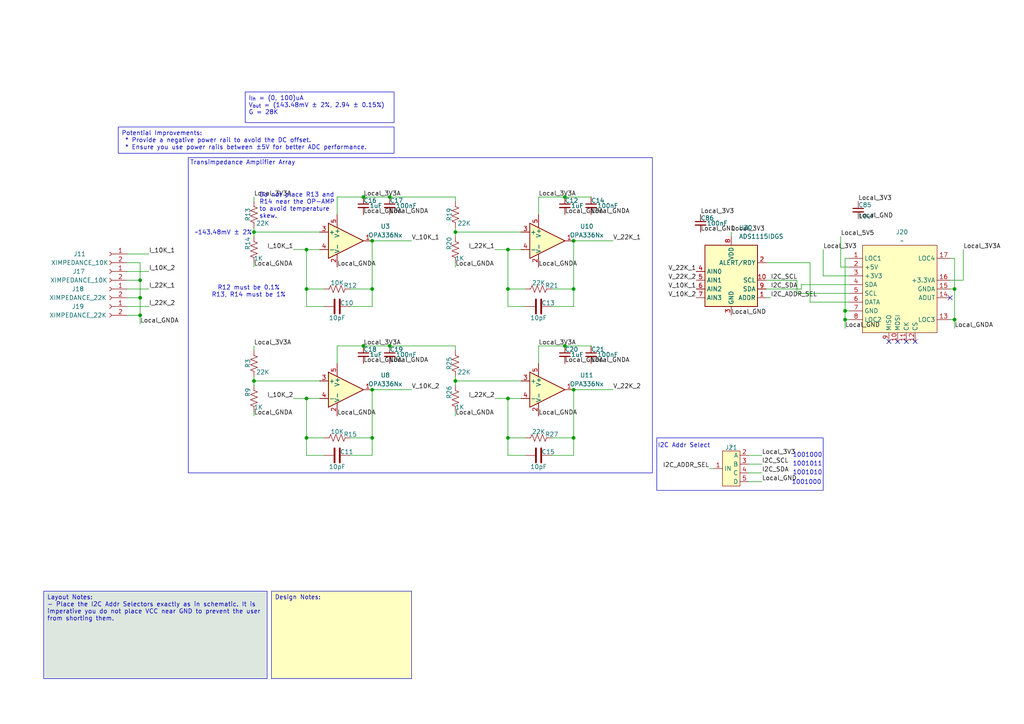
<source format=kicad_sch>
(kicad_sch (version 20231120) (generator "eeschema") (generator_version "8.0")
  (paper "A4")
  (title_block (title "FruityLogger") (date "2024-03-11") (rev "A") (company "FruityJungle Co."))
  (lib_symbols
    (symbol "Amplifier_Operational:OPA336Nx" (pin_names (offset 0.127))
      (property "Reference" "U" (at -1.27 6.35 0))
      (property "Value" "OPA336Nx" (at -1.27 3.81 0))
      (symbol "OPA336Nx_0_1"
        (polyline (pts (xy -5.08 5.08) (xy 5.08 0) (xy -5.08 -5.08) (xy -5.08 5.08)) (stroke (width 0.254)) (fill (type background)))
        (pin power_in line (at -2.54 -7.62 90) (length 3.81) (name "V-") (number "2"))
        (pin power_in line (at -2.54 7.62 270) (length 3.81) (name "V+") (number "5"))
      )
      (symbol "OPA336Nx_1_1"
        (pin output line (at 7.62 0 180) (length 2.54) (name "~") (number "1"))
        (pin input line (at -7.62 2.54 0) (length 2.54) (name "+") (number "3"))
        (pin input line (at -7.62 -2.54 0) (length 2.54) (name "-") (number "4"))
      )
    )
    (symbol "Analog_ADC:ADS1115IDGS"
      (property "Reference" "U" (at 2.54 13.97 0))
      (property "Value" "ADS1115IDGS" (at 7.62 11.43 0))
      (symbol "ADS1115IDGS_0_1"
        (rectangle (start -7.62 10.16) (end 7.62 -7.62) (stroke (width 0.254)) (fill (type background)))
      )
      (symbol "ADS1115IDGS_1_1"
        (pin input line (at 10.16 -5.08 180) (length 2.54) (name "ADDR") (number "1"))
        (pin input line (at 10.16 0 180) (length 2.54) (name "SCL") (number "10"))
        (pin output line (at 10.16 5.08 180) (length 2.54) (name "ALERT/RDY") (number "2"))
        (pin power_in line (at 0 -10.16 90) (length 2.54) (name "GND") (number "3"))
        (pin input line (at -10.16 2.54 0) (length 2.54) (name "AIN0") (number "4"))
        (pin input line (at -10.16 0 0) (length 2.54) (name "AIN1") (number "5"))
        (pin input line (at -10.16 -2.54 0) (length 2.54) (name "AIN2") (number "6"))
        (pin input line (at -10.16 -5.08 0) (length 2.54) (name "AIN3") (number "7"))
        (pin power_in line (at 0 12.7 270) (length 2.54) (name "VDD") (number "8"))
        (pin bidirectional line (at 10.16 -2.54 180) (length 2.54) (name "SDA") (number "9"))
      )
    )
    (symbol "Connector:Conn_01x02_Socket" (pin_names (offset 1.016) hide)
      (property "Reference" "J" (at 0 2.54 0))
      (property "Value" "Conn_01x02_Socket" (at 0 -5.08 0))
      (symbol "Conn_01x02_Socket_1_1"
        (arc (start 0 -2.032) (mid -0.5058 -2.54) (end 0 -3.048) (stroke (width 0.1524)))
        (polyline (pts (xy -1.27 -2.54) (xy -0.508 -2.54)) (stroke (width 0.1524)))
        (polyline (pts (xy -1.27 0) (xy -0.508 0)) (stroke (width 0.1524)))
        (arc (start 0 0.508) (mid -0.5058 0) (end 0 -0.508) (stroke (width 0.1524)))
        (pin passive line (at -5.08 0 0) (length 3.81) (name "Pin_1") (number "1"))
        (pin passive line (at -5.08 -2.54 0) (length 3.81) (name "Pin_2") (number "2"))
      )
    )
    (symbol "Device:C" (pin_numbers hide) (pin_names (offset 0.254))
      (property "Reference" "C" (at 0.635 2.54 0))
      (property "Value" "C" (at 0.635 -2.54 0))
      (symbol "C_0_1"
        (polyline (pts (xy -2.032 -0.762) (xy 2.032 -0.762)) (stroke (width 0.508)))
        (polyline (pts (xy -2.032 0.762) (xy 2.032 0.762)) (stroke (width 0.508)))
      )
      (symbol "C_1_1"
        (pin passive line (at 0 3.81 270) (length 2.794) (name "~") (number "1"))
        (pin passive line (at 0 -3.81 90) (length 2.794) (name "~") (number "2"))
      )
    )
    (symbol "Device:C_Small" (pin_numbers hide) (pin_names (offset 0.254) hide)
      (property "Reference" "C" (at 0.254 1.778 0))
      (property "Value" "C_Small" (at 0.254 -2.032 0))
      (symbol "C_Small_0_1"
        (polyline (pts (xy -1.524 -0.508) (xy 1.524 -0.508)) (stroke (width 0.3302)))
        (polyline (pts (xy -1.524 0.508) (xy 1.524 0.508)) (stroke (width 0.3048)))
      )
      (symbol "C_Small_1_1"
        (pin passive line (at 0 2.54 270) (length 2.032) (name "~") (number "1"))
        (pin passive line (at 0 -2.54 90) (length 2.032) (name "~") (number "2"))
      )
    )
    (symbol "Device:R_US" (pin_numbers hide) (pin_names (offset 0))
      (property "Reference" "R" (at 2.54 0 90))
      (property "Value" "R_US" (at -2.54 0 90))
      (symbol "R_US_0_1"
        (polyline (pts (xy 0 -2.286) (xy 0 -2.54)))
        (polyline (pts (xy 0 2.286) (xy 0 2.54)))
        (polyline (pts (xy 0 -0.762) (xy 1.016 -1.143) (xy 0 -1.524) (xy -1.016 -1.905) (xy 0 -2.286)))
        (polyline (pts (xy 0 0.762) (xy 1.016 0.381) (xy 0 0) (xy -1.016 -0.381) (xy 0 -0.762)))
        (polyline (pts (xy 0 2.286) (xy 1.016 1.905) (xy 0 1.524) (xy -1.016 1.143) (xy 0 0.762)))
      )
      (symbol "R_US_1_1"
        (pin passive line (at 0 3.81 270) (length 1.27) (name "~") (number "1"))
        (pin passive line (at 0 -3.81 90) (length 1.27) (name "~") (number "2"))
      )
    )
    (symbol "ProjectLib:FloggyDigitalModule"
      (property "Reference" "J" (at 8.128 14.986 0))
      (symbol "FloggyDigitalModule_1_1"
        (rectangle (start -11.43 13.97) (end 10.16 -11.43) (fill (type background)))
        (pin passive line (at -15.24 10.16 0) (length 3.81) (name "LOC1") (number "1"))
        (pin input line (at -1.27 -13.97 90) (length 2.54) (name "MOSI") (number "10"))
        (pin input line (at 1.27 -13.97 90) (length 2.54) (name "CK") (number "11"))
        (pin input line (at 3.81 -13.97 90) (length 2.54) (name "CS") (number "12"))
        (pin passive line (at 13.97 -7.62 180) (length 3.81) (name "LOC3") (number "13"))
        (pin passive line (at 13.97 -1.27 180) (length 3.81) (name "AOUT") (number "14"))
        (pin passive line (at 13.97 1.27 180) (length 3.81) (name "GNDA") (number "15"))
        (pin passive line (at 13.97 3.81 180) (length 3.81) (name "+3.3VA") (number "16"))
        (pin passive line (at 13.97 10.16 180) (length 3.81) (name "LOC4") (number "17"))
        (pin power_in line (at -15.24 7.62 0) (length 3.81) (name "+5V") (number "2"))
        (pin power_in line (at -15.24 5.08 0) (length 3.81) (name "+3V3") (number "3"))
        (pin bidirectional line (at -15.24 2.54 0) (length 3.81) (name "SDA") (number "4"))
        (pin input line (at -15.24 0 0) (length 3.81) (name "SCL") (number "5"))
        (pin bidirectional line (at -15.24 -2.54 0) (length 3.81) (name "DATA") (number "6"))
        (pin passive line (at -15.24 -5.08 0) (length 3.81) (name "GND") (number "7"))
        (pin passive line (at -15.24 -7.62 0) (length 3.81) (name "LOC2") (number "8"))
        (pin bidirectional line (at -3.81 -13.97 90) (length 2.54) (name "MISO") (number "9"))
      )
    )
    (symbol "ProjectLib:I2C_Address_Selector"
      (property "Reference" "J" (at -2.032 6.096 0))
      (symbol "I2C_Address_Selector_1_1"
        (rectangle (start -2.54 5.08) (end 2.54 -5.08) (fill (type background)))
        (pin bidirectional line (at -5.08 0 0) (length 2.54) (name "IN") (number "1"))
        (pin bidirectional line (at 5.08 3.81 180) (length 2.54) (name "A") (number "2"))
        (pin bidirectional line (at 5.08 1.27 180) (length 2.54) (name "B") (number "3"))
        (pin bidirectional line (at 5.08 -1.27 180) (length 2.54) (name "C") (number "4"))
        (pin bidirectional line (at 5.08 -3.81 180) (length 2.54) (name "D") (number "5"))
      )
    )
  )
  (junction (at 107.95 127))
  (junction (at 147.32 83.82))
  (junction (at 132.08 67.31))
  (junction (at 276.86 92.71))
  (junction (at 113.03 57.15))
  (junction (at 147.32 115.57))
  (junction (at 107.95 113.03))
  (junction (at 245.11 92.71))
  (junction (at 40.64 81.28))
  (junction (at 166.37 113.03))
  (junction (at 73.66 110.49))
  (junction (at 88.9 72.39))
  (junction (at 163.83 100.33))
  (junction (at 88.9 83.82))
  (junction (at 107.95 83.82))
  (junction (at 40.64 86.36))
  (junction (at 105.41 100.33))
  (junction (at 166.37 127))
  (junction (at 40.64 91.44))
  (junction (at 132.08 110.49))
  (junction (at 105.41 57.15))
  (junction (at 113.03 100.33))
  (junction (at 276.86 83.82))
  (junction (at 163.83 57.15))
  (junction (at 88.9 115.57))
  (junction (at 73.66 67.31))
  (junction (at 166.37 83.82))
  (junction (at 107.95 69.85))
  (junction (at 88.9 127))
  (junction (at 147.32 127))
  (junction (at 147.32 72.39))
  (junction (at 245.11 90.17))
  (junction (at 166.37 69.85))
  (no_connect (at 260.35 99.06))
  (no_connect (at 257.81 99.06))
  (no_connect (at 262.89 99.06))
  (no_connect (at 275.59 86.36))
  (no_connect (at 265.43 99.06))
  (wire (pts (xy 166.37 132.08) (xy 166.37 127)))
  (wire (pts (xy 166.37 69.85) (xy 177.8 69.85)))
  (wire (pts (xy 93.98 127) (xy 88.9 127)))
  (wire (pts (xy 160.02 88.9) (xy 166.37 88.9)))
  (wire (pts (xy 40.64 91.44) (xy 40.64 93.98)))
  (wire (pts (xy 166.37 113.03) (xy 166.37 127)))
  (wire (pts (xy 73.66 67.31) (xy 73.66 68.58)))
  (wire (pts (xy 93.98 83.82) (xy 88.9 83.82)))
  (wire (pts (xy 245.11 74.93) (xy 246.38 74.93)))
  (wire (pts (xy 107.95 132.08) (xy 107.95 127)))
  (wire (pts (xy 156.21 57.15) (xy 156.21 62.23)))
  (wire (pts (xy 73.66 66.04) (xy 73.66 67.31)))
  (wire (pts (xy 166.37 69.85) (xy 166.37 83.82)))
  (wire (pts (xy 101.6 88.9) (xy 107.95 88.9)))
  (wire (pts (xy 88.9 115.57) (xy 92.71 115.57)))
  (wire (pts (xy 105.41 100.33) (xy 113.03 100.33)))
  (wire (pts (xy 132.08 67.31) (xy 151.13 67.31)))
  (wire (pts (xy 166.37 113.03) (xy 177.8 113.03)))
  (wire (pts (xy 217.17 139.7) (xy 220.98 139.7)))
  (wire (pts (xy 275.59 83.82) (xy 276.86 83.82)))
  (wire (pts (xy 73.66 100.33) (xy 73.66 101.6)))
  (wire (pts (xy 36.83 88.9) (xy 43.18 88.9)))
  (wire (pts (xy 88.9 132.08) (xy 88.9 127)))
  (wire (pts (xy 222.25 86.36) (xy 223.52 86.36)))
  (wire (pts (xy 276.86 74.93) (xy 275.59 74.93)))
  (wire (pts (xy 276.86 92.71) (xy 276.86 95.25)))
  (wire (pts (xy 212.09 67.31) (xy 212.09 68.58)))
  (wire (pts (xy 36.83 78.74) (xy 43.18 78.74)))
  (wire (pts (xy 143.51 72.39) (xy 147.32 72.39)))
  (wire (pts (xy 143.51 115.57) (xy 147.32 115.57)))
  (wire (pts (xy 93.98 88.9) (xy 88.9 88.9)))
  (wire (pts (xy 234.95 87.63) (xy 234.95 76.2)))
  (wire (pts (xy 243.84 68.58) (xy 243.84 77.47)))
  (wire (pts (xy 160.02 83.82) (xy 166.37 83.82)))
  (wire (pts (xy 275.59 92.71) (xy 276.86 92.71)))
  (wire (pts (xy 152.4 88.9) (xy 147.32 88.9)))
  (wire (pts (xy 156.21 57.15) (xy 163.83 57.15)))
  (wire (pts (xy 234.95 76.2) (xy 222.25 76.2)))
  (wire (pts (xy 156.21 100.33) (xy 156.21 105.41)))
  (wire (pts (xy 147.32 72.39) (xy 151.13 72.39)))
  (wire (pts (xy 101.6 83.82) (xy 107.95 83.82)))
  (wire (pts (xy 107.95 69.85) (xy 107.95 83.82)))
  (wire (pts (xy 88.9 72.39) (xy 92.71 72.39)))
  (wire (pts (xy 232.41 83.82) (xy 222.25 83.82)))
  (wire (pts (xy 152.4 83.82) (xy 147.32 83.82)))
  (wire (pts (xy 40.64 81.28) (xy 40.64 86.36)))
  (wire (pts (xy 160.02 132.08) (xy 166.37 132.08)))
  (wire (pts (xy 245.11 92.71) (xy 245.11 90.17)))
  (wire (pts (xy 97.79 57.15) (xy 105.41 57.15)))
  (wire (pts (xy 160.02 127) (xy 166.37 127)))
  (wire (pts (xy 231.14 85.09) (xy 231.14 81.28)))
  (wire (pts (xy 217.17 137.16) (xy 220.98 137.16)))
  (wire (pts (xy 276.86 83.82) (xy 276.86 74.93)))
  (wire (pts (xy 245.11 90.17) (xy 245.11 74.93)))
  (wire (pts (xy 40.64 91.44) (xy 36.83 91.44)))
  (wire (pts (xy 231.14 85.09) (xy 246.38 85.09)))
  (wire (pts (xy 107.95 113.03) (xy 119.38 113.03)))
  (wire (pts (xy 279.4 81.28) (xy 279.4 72.39)))
  (wire (pts (xy 132.08 110.49) (xy 132.08 111.76)))
  (wire (pts (xy 152.4 132.08) (xy 147.32 132.08)))
  (wire (pts (xy 147.32 127) (xy 147.32 115.57)))
  (wire (pts (xy 147.32 132.08) (xy 147.32 127)))
  (wire (pts (xy 113.03 100.33) (xy 132.08 100.33)))
  (wire (pts (xy 163.83 100.33) (xy 171.45 100.33)))
  (wire (pts (xy 238.76 80.01) (xy 246.38 80.01)))
  (wire (pts (xy 73.66 110.49) (xy 73.66 111.76)))
  (wire (pts (xy 97.79 100.33) (xy 105.41 100.33)))
  (wire (pts (xy 166.37 88.9) (xy 166.37 83.82)))
  (wire (pts (xy 132.08 57.15) (xy 132.08 58.42)))
  (wire (pts (xy 232.41 82.55) (xy 246.38 82.55)))
  (wire (pts (xy 101.6 127) (xy 107.95 127)))
  (wire (pts (xy 97.79 57.15) (xy 97.79 62.23)))
  (wire (pts (xy 217.17 134.62) (xy 220.98 134.62)))
  (wire (pts (xy 245.11 90.17) (xy 246.38 90.17)))
  (wire (pts (xy 232.41 82.55) (xy 232.41 83.82)))
  (wire (pts (xy 113.03 57.15) (xy 132.08 57.15)))
  (wire (pts (xy 205.74 135.89) (xy 207.01 135.89)))
  (wire (pts (xy 40.64 76.2) (xy 40.64 81.28)))
  (wire (pts (xy 73.66 76.2) (xy 73.66 77.47)))
  (wire (pts (xy 93.98 132.08) (xy 88.9 132.08)))
  (wire (pts (xy 101.6 132.08) (xy 107.95 132.08)))
  (wire (pts (xy 147.32 115.57) (xy 151.13 115.57)))
  (wire (pts (xy 245.11 92.71) (xy 245.11 95.25)))
  (wire (pts (xy 132.08 66.04) (xy 132.08 67.31)))
  (wire (pts (xy 246.38 87.63) (xy 234.95 87.63)))
  (wire (pts (xy 73.66 67.31) (xy 92.71 67.31)))
  (wire (pts (xy 73.66 119.38) (xy 73.66 120.65)))
  (wire (pts (xy 88.9 127) (xy 88.9 115.57)))
  (wire (pts (xy 132.08 100.33) (xy 132.08 101.6)))
  (wire (pts (xy 132.08 110.49) (xy 151.13 110.49)))
  (wire (pts (xy 132.08 67.31) (xy 132.08 68.58)))
  (wire (pts (xy 132.08 109.22) (xy 132.08 110.49)))
  (wire (pts (xy 275.59 81.28) (xy 279.4 81.28)))
  (wire (pts (xy 105.41 57.15) (xy 113.03 57.15)))
  (wire (pts (xy 73.66 109.22) (xy 73.66 110.49)))
  (wire (pts (xy 107.95 69.85) (xy 119.38 69.85)))
  (wire (pts (xy 132.08 119.38) (xy 132.08 120.65)))
  (wire (pts (xy 217.17 132.08) (xy 220.98 132.08)))
  (wire (pts (xy 73.66 57.15) (xy 73.66 58.42)))
  (wire (pts (xy 36.83 76.2) (xy 40.64 76.2)))
  (wire (pts (xy 147.32 88.9) (xy 147.32 83.82)))
  (wire (pts (xy 88.9 83.82) (xy 88.9 72.39)))
  (wire (pts (xy 246.38 92.71) (xy 245.11 92.71)))
  (wire (pts (xy 97.79 100.33) (xy 97.79 105.41)))
  (wire (pts (xy 36.83 83.82) (xy 43.18 83.82)))
  (wire (pts (xy 276.86 92.71) (xy 276.86 83.82)))
  (wire (pts (xy 107.95 113.03) (xy 107.95 127)))
  (wire (pts (xy 36.83 86.36) (xy 40.64 86.36)))
  (wire (pts (xy 163.83 57.15) (xy 171.45 57.15)))
  (wire (pts (xy 231.14 81.28) (xy 222.25 81.28)))
  (wire (pts (xy 36.83 81.28) (xy 40.64 81.28)))
  (wire (pts (xy 73.66 110.49) (xy 92.71 110.49)))
  (wire (pts (xy 85.09 115.57) (xy 88.9 115.57)))
  (wire (pts (xy 107.95 88.9) (xy 107.95 83.82)))
  (wire (pts (xy 88.9 88.9) (xy 88.9 83.82)))
  (wire (pts (xy 36.83 73.66) (xy 43.18 73.66)))
  (wire (pts (xy 152.4 127) (xy 147.32 127)))
  (wire (pts (xy 85.09 72.39) (xy 88.9 72.39)))
  (wire (pts (xy 147.32 83.82) (xy 147.32 72.39)))
  (wire (pts (xy 246.38 77.47) (xy 243.84 77.47)))
  (wire (pts (xy 156.21 100.33) (xy 163.83 100.33)))
  (wire (pts (xy 132.08 76.2) (xy 132.08 77.47)))
  (wire (pts (xy 40.64 86.36) (xy 40.64 91.44)))
  (wire (pts (xy 238.76 72.39) (xy 238.76 80.01)))
  (rectangle (start 54.61 45.72) (end 189.23 137.16))
  (rectangle (start 190.5 127) (end 238.76 142.24))
  (text_box "Potential Improvements:\n * Provide a negative power rail to avoid the DC offset.\n * Ensure you use power rails between ±5V for better ADC performance." (at 34.29 36.83 0) (size 80.01 7.62) (effects (font (size 1.27 1.27)) (justify left top)))
  (text_box "I_{in} = (0, 100)uA\nV_{out} = (143.48mV ± 2%, 2.94 ± 0.15%)\nG = 28K" (at 71.12 26.67 0) (size 43.18 8.89) (effects (font (size 1.27 1.27)) (justify left top)))
  (text_box "Layout Notes:\n- Place the I2C Addr Selectors exactly as in schematic. It is imperative you do not place VCC near GND to prevent the user from shorting them." (at 12.7 171.45 0) (size 64.77 25.4) (fill (type color) (color 222 231 223 1)) (effects (font (size 1.27 1.27)) (justify left top)))
  (text_box "Design Notes:" (at 78.74 171.45 0) (size 40.64 25.4) (fill (type color) (color 255 255 194 1)) (effects (font (size 1.27 1.27)) (justify left top)))
  (text "Do not place R13 and\nR14 near the OP-AMP\nto avoid temperature\nskew." (at 75.184 59.69 0) (effects (font (size 1.27 1.27)) (justify left)))
  (text "~143.48mV ± 2%" (at 73.152 67.564 0) (effects (font (size 1.27 1.27)) (justify right)))
  (text "Transimpedance Amplifier Array" (at 55.118 47.244 0) (effects (font (size 1.27 1.27)) (justify left)))
  (text "1001010" (at 229.87 137.16 0) (effects (font (size 1.27 1.27)) (justify left)))
  (text "1001000" (at 229.616 139.954 0) (effects (font (size 1.27 1.27)) (justify left)))
  (text "R12 must be 0.1%\nR13, R14 must be 1%" (at 72.136 84.582 0) (effects (font (size 1.27 1.27))))
  (text "1001000" (at 229.87 132.08 0) (effects (font (size 1.27 1.27)) (justify left)))
  (text "I2C Addr Select" (at 198.374 129.286 0) (effects (font (size 1.27 1.27))))
  (text "1001011" (at 229.87 134.62 0) (effects (font (size 1.27 1.27)) (justify left)))
  (label "Local_3V3" (at 212.09 67.31 0))
  (label "V_22K_2" (at 201.93 81.28 180))
  (label "I2C_ADDR_SEL" (at 205.74 135.89 180))
  (label "I_22K_1" (at 143.51 72.39 180))
  (label "I_10K_2" (at 85.09 115.57 180))
  (label "Local_3V3A" (at 105.4172 100.33 0))
  (label "Local_GNDA" (at 105.41 62.23 0))
  (label "Local_3V3A" (at 73.66 57.15 0))
  (label "V_22K_1" (at 201.93 78.74 180))
  (label "Local_3V3A" (at 156.21 57.15 0))
  (label "Local_GNDA" (at 73.66 77.47 0))
  (label "Local_GND" (at 220.98 139.7 0))
  (label "Local_GNDA" (at 73.66 120.65 0))
  (label "Local_GND" (at 212.09 91.44 0))
  (label "Local_GNDA" (at 156.21 120.65 0))
  (label "V_22K_2" (at 177.8 113.03 0))
  (label "Local_GND" (at 248.92 63.5 0))
  (label "Local_GNDA" (at 97.79 120.65 0))
  (label "Local_3V3" (at 203.2 62.23 0))
  (label "Local_GNDA" (at 163.83 105.41 0))
  (label "I2C_ADDR_SEL" (at 223.52 86.36 0))
  (label "V_10K_1" (at 119.38 69.85 0))
  (label "Local_GNDA" (at 156.21 77.47 0))
  (label "Local_GNDA" (at 113.03 105.41 0))
  (label "I2C_SDA" (at 220.98 137.16 0))
  (label "Local_GNDA" (at 171.45 105.41 0))
  (label "V_10K_2" (at 201.93 86.36 180))
  (label "Local_GNDA" (at 40.64 93.98 0))
  (label "Local_GNDA" (at 171.45 62.23 0))
  (label "Local_3V3A" (at 279.4 72.39 0))
  (label "I_10K_1" (at 85.09 72.39 180))
  (label "I_22K_2" (at 143.51 115.57 180))
  (label "I2C_SCL" (at 223.52 81.28 0))
  (label "Local_GNDA" (at 132.08 77.47 0))
  (label "V_10K_1" (at 201.93 83.82 180))
  (label "I_22K_2" (at 43.18 88.9 0))
  (label "I_10K_2" (at 43.18 78.74 0))
  (label "I_22K_1" (at 43.18 83.82 0))
  (label "Local_GND" (at 245.11 95.25 0))
  (label "Local_GNDA" (at 276.86 95.25 0))
  (label "Local_3V3A" (at 105.41 57.15 0))
  (label "Local_3V3A" (at 156.21 100.33 0))
  (label "Local_GNDA" (at 105.41 105.41 0))
  (label "Local_GNDA" (at 97.79 77.47 0))
  (label "I_10K_1" (at 43.18 73.66 0))
  (label "Local_3V3" (at 248.92 58.42 0))
  (label "Local_GNDA" (at 163.83 62.23 0))
  (label "V_10K_2" (at 119.38 113.03 0))
  (label "Local_GND" (at 203.2 67.31 0))
  (label "Local_3V3A" (at 73.66 100.33 0))
  (label "Local_5V5" (at 243.84 68.58 0))
  (label "I2C_SDA" (at 223.52 83.82 0))
  (label "V_22K_1" (at 177.8 69.85 0))
  (label "Local_GNDA" (at 132.08 120.65 0))
  (label "Local_GNDA" (at 113.03 62.23 0))
  (label "I2C_SCL" (at 220.98 134.62 0))
  (label "Local_3V3" (at 238.76 72.39 0))
  (label "Local_3V3" (at 220.98 132.08 0))
  (symbol (lib_id "Amplifier_Operational:OPA336Nx") (at 158.75 113.03 0) (unit 1)
    (property "Reference" "U11" (at 170.18 108.839 0))
    (property "Value" "OPA336Nx" (at 170.18 111.379 0))
    (property "Footprint" "Package_TO_SOT_SMD:SOT-23-5" (effects (hide yes)))
    (property "Datasheet" "https://www.ti.com/lit/ds/symlink/opa2336.pdf" (effects (hide yes)))
    (property "Description" "100 KHz, microPower CMOS, Op Amps, SOT-23-5" (effects (hide yes)))
    (property "Cost" "1.8555" (effects (hide yes)))
    (property "JLCPCB" "https://jlcpcb.com/partdetail/TexasInstruments-OPA336NA3K/C51037" (effects (hide yes)))
    (property "JLCPCB Basic?" "False" (effects (hide yes)))
  )
  (symbol (lib_id "Device:C_Small") (at 171.45 102.87 0) (unit 1)
    (property "Reference" "C21" (at 171.45 101.346 0) (effects (justify left)))
    (property "Value" "100nF" (at 173.228 102.87 0) (effects (justify left)))
    (property "Footprint" "Capacitor_SMD:C_0603_1608Metric" (effects (hide yes)))
    (property "Description" "Unpolarized capacitor, small symbol" (effects (hide yes)))
    (property "Cost" "0.0021" (effects (hide yes)))
    (property "JLCPCB" "https://jlcpcb.com/partdetail/Yageo-CC0603KRX7R9BB104/C14663" (effects (hide yes)))
    (property "JLCPCB Basic?" "True" (effects (hide yes)))
  )
  (symbol (lib_id "ProjectLib:FloggyDigitalModule") (at 261.62 85.09 0) (unit 1)
    (property "Reference" "J20" (at 261.62 67.31 0))
    (property "Value" "~" (at 261.62 69.85 0))
    (property "Footprint" "ProjectLib:FloggyModuleShield" (effects (hide yes)))
  )
  (symbol (lib_id "Analog_ADC:ADS1115IDGS") (at 212.09 81.28 0) (unit 1)
    (property "Reference" "U30" (at 214.2841 66.04 0) (effects (justify left)))
    (property "Value" "ADS1115IDGS" (at 214.2841 68.58 0) (effects (justify left)))
    (property "Footprint" "Package_SO:TSSOP-10_3x3mm_P0.5mm" (effects (hide yes)))
    (property "Datasheet" "http://www.ti.com/lit/ds/symlink/ads1113.pdf" (effects (hide yes)))
    (property "Description" "Ultra-Small, Low-Power, I2C-Compatible, 860-SPS, 16-Bit ADCs With Internal Reference, Oscillator, and Programmable Comparator, VSSOP-10" (effects (hide yes)))
  )
  (symbol (lib_id "Device:R_US") (at 156.21 83.82 90) (unit 1)
    (property "Reference" "R21" (at 160.02 82.804 90))
    (property "Value" "22K" (at 156.21 82.042 90))
    (property "Footprint" "Resistor_SMD:R_0603_1608Metric" (effects (hide yes)))
    (property "Description" "Resistor, US symbol" (effects (hide yes)))
    (property "Cost" "0.0009" (effects (hide yes)))
    (property "JLCPCB" "https://jlcpcb.com/partdetail/32812-0603WAF2202T5E/C31850" (effects (hide yes)))
    (property "JLCPCB Basic?" "True" (effects (hide yes)))
  )
  (symbol (lib_id "Device:R_US") (at 97.79 83.82 90) (unit 1)
    (property "Reference" "R12" (at 101.6 82.804 90))
    (property "Value" "10K" (at 97.79 82.042 90))
    (property "Footprint" "Resistor_SMD:R_0603_1608Metric" (effects (hide yes)))
    (property "Description" "Resistor, US symbol" (effects (hide yes)))
    (property "Cost" "0.0009" (effects (hide yes)))
    (property "JLCPCB" "https://jlcpcb.com/partdetail/4584-0603WAF1801T5E/C4177" (effects (hide yes)))
    (property "JLCPCB Basic?" "True" (effects (hide yes)))
  )
  (symbol (lib_id "Device:C") (at 156.21 88.9 90) (unit 1)
    (property "Reference" "C13" (at 159.004 87.884 90))
    (property "Value" "10pF" (at 156.21 92.202 90))
    (property "Footprint" "Capacitor_SMD:C_0603_1608Metric" (effects (hide yes)))
    (property "Description" "Unpolarized capacitor" (effects (hide yes)))
    (property "Cost" "0.0054" (effects (hide yes)))
    (property "JLCPCB" "https://jlcpcb.com/partdetail/1986-CL10C100JB8NNNC/C1634" (effects (hide yes)))
    (property "JLCPCB Basic?" "True" (effects (hide yes)))
  )
  (symbol (lib_id "Device:C_Small") (at 171.45 59.69 0) (unit 1)
    (property "Reference" "C14" (at 171.45 58.166 0) (effects (justify left)))
    (property "Value" "100nF" (at 173.228 59.69 0) (effects (justify left)))
    (property "Footprint" "Capacitor_SMD:C_0603_1608Metric" (effects (hide yes)))
    (property "Description" "Unpolarized capacitor, small symbol" (effects (hide yes)))
    (property "Cost" "0.0021" (effects (hide yes)))
    (property "JLCPCB" "https://jlcpcb.com/partdetail/Yageo-CC0603KRX7R9BB104/C14663" (effects (hide yes)))
    (property "JLCPCB Basic?" "True" (effects (hide yes)))
  )
  (symbol (lib_id "ProjectLib:I2C_Address_Selector") (at 212.09 135.89 0) (unit 1)
    (property "Reference" "J21" (at 212.09 129.794 0))
    (property "Value" "~" (at 212.09 129.54 0))
    (property "Footprint" "ProjectLib:I2C Addr Picker" (effects (hide yes)))
  )
  (symbol (lib_id "Device:R_US") (at 97.79 127 90) (unit 1)
    (property "Reference" "R15" (at 101.6 125.984 90))
    (property "Value" "10K" (at 97.79 125.222 90))
    (property "Footprint" "Resistor_SMD:R_0603_1608Metric" (effects (hide yes)))
    (property "Description" "Resistor, US symbol" (effects (hide yes)))
    (property "Cost" "0.0009" (effects (hide yes)))
    (property "JLCPCB" "https://jlcpcb.com/partdetail/4584-0603WAF1801T5E/C4177" (effects (hide yes)))
    (property "JLCPCB Basic?" "True" (effects (hide yes)))
  )
  (symbol (lib_id "Device:C_Small") (at 113.03 102.87 0) (unit 1)
    (property "Reference" "C19" (at 113.03 101.346 0) (effects (justify left)))
    (property "Value" "100nF" (at 114.808 102.87 0) (effects (justify left)))
    (property "Footprint" "Capacitor_SMD:C_0603_1608Metric" (effects (hide yes)))
    (property "Description" "Unpolarized capacitor, small symbol" (effects (hide yes)))
    (property "Cost" "0.0021" (effects (hide yes)))
    (property "JLCPCB" "https://jlcpcb.com/partdetail/Yageo-CC0603KRX7R9BB104/C14663" (effects (hide yes)))
    (property "JLCPCB Basic?" "True" (effects (hide yes)))
  )
  (symbol (lib_id "Connector:Conn_01x02_Socket") (at 31.75 73.66 0) (mirror y) (unit 1)
    (property "Reference" "J11" (at 23.114 73.66 0))
    (property "Value" "XIMPEDANCE_10K" (at 23.114 76.2 0))
    (property "Footprint" "TerminalBlock_Phoenix:TerminalBlock_Phoenix_MPT-0,5-2-2.54_1x02_P2.54mm_Horizontal" (effects (hide yes)))
    (property "Description" "Generic connector, single row, 01x02, script generated" (effects (hide yes)))
  )
  (symbol (lib_id "Device:R_US") (at 73.66 62.23 180) (unit 1)
    (property "Reference" "R13" (at 71.882 62.23 90))
    (property "Value" "22K" (at 76.2 64.77 0))
    (property "Footprint" "Resistor_SMD:R_0603_1608Metric" (effects (hide yes)))
    (property "Description" "Resistor, US symbol" (effects (hide yes)))
    (property "Cost" "0.0009" (effects (hide yes)))
    (property "JLCPCB" "https://jlcpcb.com/partdetail/32812-0603WAF2202T5E/C31850" (effects (hide yes)))
    (property "JLCPCB Basic?" "True" (effects (hide yes)))
  )
  (symbol (lib_id "Device:R_US") (at 73.66 72.39 180) (unit 1)
    (property "Reference" "R14" (at 71.882 70.612 90))
    (property "Value" "1K" (at 74.93 74.93 0))
    (property "Footprint" "Resistor_SMD:R_0603_1608Metric" (effects (hide yes)))
    (property "Description" "Resistor, US symbol" (effects (hide yes)))
    (property "Cost" "0.0007" (effects (hide yes)))
    (property "JLCPCB" "https://jlcpcb.com/partdetail/21904-0603WAF1001T5E/C21190" (effects (hide yes)))
    (property "JLCPCB Basic?" "True" (effects (hide yes)))
  )
  (symbol (lib_id "Device:C_Small") (at 105.41 102.87 0) (unit 1)
    (property "Reference" "C18" (at 105.41 101.346 0) (effects (justify left)))
    (property "Value" "1uF" (at 107.188 102.87 0) (effects (justify left)))
    (property "Footprint" "Capacitor_SMD:C_0805_2012Metric" (effects (hide yes)))
    (property "Description" "Unpolarized capacitor, small symbol" (effects (hide yes)))
    (property "Cost" "$0.009" (effects (hide yes)))
    (property "JLCPCB" "https://jlcpcb.com/partdetail/29074-CL21B105KBFNNNE/C28323" (effects (hide yes)))
    (property "JLCPCB Basic?" "True" (effects (hide yes)))
  )
  (symbol (lib_id "Device:C") (at 97.79 132.08 90) (unit 1)
    (property "Reference" "C11" (at 100.584 131.064 90))
    (property "Value" "10pF" (at 97.79 135.382 90))
    (property "Footprint" "Capacitor_SMD:C_0603_1608Metric" (effects (hide yes)))
    (property "Description" "Unpolarized capacitor" (effects (hide yes)))
    (property "Cost" "0.0054" (effects (hide yes)))
    (property "JLCPCB" "https://jlcpcb.com/partdetail/1986-CL10C100JB8NNNC/C1634" (effects (hide yes)))
    (property "JLCPCB Basic?" "True" (effects (hide yes)))
  )
  (symbol (lib_id "Device:R_US") (at 132.08 72.39 180) (unit 1)
    (property "Reference" "R20" (at 130.302 70.612 90))
    (property "Value" "1K" (at 133.35 74.93 0))
    (property "Footprint" "Resistor_SMD:R_0603_1608Metric" (effects (hide yes)))
    (property "Description" "Resistor, US symbol" (effects (hide yes)))
    (property "Cost" "0.0007" (effects (hide yes)))
    (property "JLCPCB" "https://jlcpcb.com/partdetail/21904-0603WAF1001T5E/C21190" (effects (hide yes)))
    (property "JLCPCB Basic?" "True" (effects (hide yes)))
  )
  (symbol (lib_id "Amplifier_Operational:OPA336Nx") (at 158.75 69.85 0) (unit 1)
    (property "Reference" "U10" (at 170.18 65.659 0))
    (property "Value" "OPA336Nx" (at 170.18 68.199 0))
    (property "Footprint" "Package_TO_SOT_SMD:SOT-23-5" (effects (hide yes)))
    (property "Datasheet" "https://www.ti.com/lit/ds/symlink/opa2336.pdf" (effects (hide yes)))
    (property "Description" "100 KHz, microPower CMOS, Op Amps, SOT-23-5" (effects (hide yes)))
    (property "Cost" "1.8555" (effects (hide yes)))
    (property "JLCPCB" "https://jlcpcb.com/partdetail/TexasInstruments-OPA336NA3K/C51037" (effects (hide yes)))
    (property "JLCPCB Basic?" "False" (effects (hide yes)))
  )
  (symbol (lib_id "Device:R_US") (at 132.08 62.23 180) (unit 1)
    (property "Reference" "R19" (at 130.302 62.23 90))
    (property "Value" "22K" (at 134.62 64.77 0))
    (property "Footprint" "Resistor_SMD:R_0603_1608Metric" (effects (hide yes)))
    (property "Description" "Resistor, US symbol" (effects (hide yes)))
    (property "Cost" "0.0009" (effects (hide yes)))
    (property "JLCPCB" "https://jlcpcb.com/partdetail/32812-0603WAF2202T5E/C31850" (effects (hide yes)))
    (property "JLCPCB Basic?" "True" (effects (hide yes)))
  )
  (symbol (lib_id "Amplifier_Operational:OPA336Nx") (at 100.33 69.85 0) (unit 1)
    (property "Reference" "U3" (at 111.76 65.659 0))
    (property "Value" "OPA336Nx" (at 111.76 68.199 0))
    (property "Footprint" "Package_TO_SOT_SMD:SOT-23-5" (effects (hide yes)))
    (property "Datasheet" "https://www.ti.com/lit/ds/symlink/opa2336.pdf" (effects (hide yes)))
    (property "Description" "100 KHz, microPower CMOS, Op Amps, SOT-23-5" (effects (hide yes)))
    (property "Cost" "1.8555" (effects (hide yes)))
    (property "JLCPCB" "https://jlcpcb.com/partdetail/TexasInstruments-OPA336NA3K/C51037" (effects (hide yes)))
    (property "JLCPCB Basic?" "False" (effects (hide yes)))
  )
  (symbol (lib_id "Device:C_Small") (at 163.83 59.69 0) (unit 1)
    (property "Reference" "C12" (at 163.83 58.166 0) (effects (justify left)))
    (property "Value" "1uF" (at 165.608 59.69 0) (effects (justify left)))
    (property "Footprint" "Capacitor_SMD:C_0805_2012Metric" (effects (hide yes)))
    (property "Description" "Unpolarized capacitor, small symbol" (effects (hide yes)))
    (property "Cost" "$0.009" (effects (hide yes)))
    (property "JLCPCB" "https://jlcpcb.com/partdetail/29074-CL21B105KBFNNNE/C28323" (effects (hide yes)))
    (property "JLCPCB Basic?" "True" (effects (hide yes)))
  )
  (symbol (lib_id "Device:C_Small") (at 203.2 64.77 0) (unit 1)
    (property "Reference" "C86" (at 203.2 63.246 0) (effects (justify left)))
    (property "Value" "100nF" (at 204.978 64.77 0) (effects (justify left)))
    (property "Footprint" "Capacitor_SMD:C_0603_1608Metric" (effects (hide yes)))
    (property "Description" "Unpolarized capacitor, small symbol" (effects (hide yes)))
    (property "Cost" "0.0021" (effects (hide yes)))
    (property "JLCPCB" "https://jlcpcb.com/partdetail/Yageo-CC0603KRX7R9BB104/C14663" (effects (hide yes)))
    (property "JLCPCB Basic?" "True" (effects (hide yes)))
  )
  (symbol (lib_id "Amplifier_Operational:OPA336Nx") (at 100.33 113.03 0) (unit 1)
    (property "Reference" "U8" (at 111.76 108.839 0))
    (property "Value" "OPA336Nx" (at 111.76 111.379 0))
    (property "Footprint" "Package_TO_SOT_SMD:SOT-23-5" (effects (hide yes)))
    (property "Datasheet" "https://www.ti.com/lit/ds/symlink/opa2336.pdf" (effects (hide yes)))
    (property "Description" "100 KHz, microPower CMOS, Op Amps, SOT-23-5" (effects (hide yes)))
    (property "Cost" "1.8555" (effects (hide yes)))
    (property "JLCPCB" "https://jlcpcb.com/partdetail/TexasInstruments-OPA336NA3K/C51037" (effects (hide yes)))
    (property "JLCPCB Basic?" "False" (effects (hide yes)))
  )
  (symbol (lib_id "Device:C") (at 156.21 132.08 90) (unit 1)
    (property "Reference" "C15" (at 159.004 131.064 90))
    (property "Value" "10pF" (at 156.21 135.382 90))
    (property "Footprint" "Capacitor_SMD:C_0603_1608Metric" (effects (hide yes)))
    (property "Description" "Unpolarized capacitor" (effects (hide yes)))
    (property "Cost" "0.0054" (effects (hide yes)))
    (property "JLCPCB" "https://jlcpcb.com/partdetail/1986-CL10C100JB8NNNC/C1634" (effects (hide yes)))
    (property "JLCPCB Basic?" "True" (effects (hide yes)))
  )
  (symbol (lib_id "Connector:Conn_01x02_Socket") (at 31.75 83.82 0) (mirror y) (unit 1)
    (property "Reference" "J18" (at 22.606 83.82 0))
    (property "Value" "XIMPEDANCE_22K" (at 22.606 86.36 0))
    (property "Footprint" "TerminalBlock_Phoenix:TerminalBlock_Phoenix_MPT-0,5-2-2.54_1x02_P2.54mm_Horizontal" (effects (hide yes)))
    (property "Description" "Generic connector, single row, 01x02, script generated" (effects (hide yes)))
  )
  (symbol (lib_id "Device:R_US") (at 132.08 115.57 180) (unit 1)
    (property "Reference" "R26" (at 130.302 113.792 90))
    (property "Value" "1K" (at 133.35 118.11 0))
    (property "Footprint" "Resistor_SMD:R_0603_1608Metric" (effects (hide yes)))
    (property "Description" "Resistor, US symbol" (effects (hide yes)))
    (property "Cost" "0.0007" (effects (hide yes)))
    (property "JLCPCB" "https://jlcpcb.com/partdetail/21904-0603WAF1001T5E/C21190" (effects (hide yes)))
    (property "JLCPCB Basic?" "True" (effects (hide yes)))
  )
  (symbol (lib_id "Device:C_Small") (at 105.41 59.69 0) (unit 1)
    (property "Reference" "C16" (at 105.41 58.166 0) (effects (justify left)))
    (property "Value" "1uF" (at 107.188 59.69 0) (effects (justify left)))
    (property "Footprint" "Capacitor_SMD:C_0805_2012Metric" (effects (hide yes)))
    (property "Description" "Unpolarized capacitor, small symbol" (effects (hide yes)))
    (property "Cost" "$0.009" (effects (hide yes)))
    (property "JLCPCB" "https://jlcpcb.com/partdetail/29074-CL21B105KBFNNNE/C28323" (effects (hide yes)))
    (property "JLCPCB Basic?" "True" (effects (hide yes)))
  )
  (symbol (lib_id "Connector:Conn_01x02_Socket") (at 31.75 78.74 0) (mirror y) (unit 1)
    (property "Reference" "J17" (at 22.86 78.74 0))
    (property "Value" "XIMPEDANCE_10K" (at 22.86 81.28 0))
    (property "Footprint" "TerminalBlock_Phoenix:TerminalBlock_Phoenix_MPT-0,5-2-2.54_1x02_P2.54mm_Horizontal" (effects (hide yes)))
    (property "Description" "Generic connector, single row, 01x02, script generated" (effects (hide yes)))
  )
  (symbol (lib_id "Connector:Conn_01x02_Socket") (at 31.75 88.9 0) (mirror y) (unit 1)
    (property "Reference" "J19" (at 22.606 88.9 0))
    (property "Value" "XIMPEDANCE_22K" (at 22.606 91.44 0))
    (property "Footprint" "TerminalBlock_Phoenix:TerminalBlock_Phoenix_MPT-0,5-2-2.54_1x02_P2.54mm_Horizontal" (effects (hide yes)))
    (property "Description" "Generic connector, single row, 01x02, script generated" (effects (hide yes)))
  )
  (symbol (lib_id "Device:C_Small") (at 248.92 60.96 0) (unit 1)
    (property "Reference" "C85" (at 248.92 59.436 0) (effects (justify left)))
    (property "Value" "10uF" (at 248.92 62.738 0) (effects (justify left)))
    (property "Footprint" "Capacitor_SMD:C_0805_2012Metric" (effects (hide yes)))
    (property "Description" "Unpolarized capacitor, small symbol" (effects (hide yes)))
    (property "Cost" "0.0146" (effects (hide yes)))
    (property "JLCPCB" "https://jlcpcb.com/partdetail/16532-CL21A106KAYNNNE/C15850" (effects (hide yes)))
    (property "JLCPCB Basic?" "True" (effects (hide yes)))
  )
  (symbol (lib_id "Device:R_US") (at 132.08 105.41 180) (unit 1)
    (property "Reference" "R25" (at 130.302 105.41 90))
    (property "Value" "22K" (at 134.62 107.95 0))
    (property "Footprint" "Resistor_SMD:R_0603_1608Metric" (effects (hide yes)))
    (property "Description" "Resistor, US symbol" (effects (hide yes)))
    (property "Cost" "0.0009" (effects (hide yes)))
    (property "JLCPCB" "https://jlcpcb.com/partdetail/32812-0603WAF2202T5E/C31850" (effects (hide yes)))
    (property "JLCPCB Basic?" "True" (effects (hide yes)))
  )
  (symbol (lib_id "Device:C") (at 97.79 88.9 90) (unit 1)
    (property "Reference" "C10" (at 100.584 87.884 90))
    (property "Value" "10pF" (at 97.79 92.202 90))
    (property "Footprint" "Capacitor_SMD:C_0603_1608Metric" (effects (hide yes)))
    (property "Description" "Unpolarized capacitor" (effects (hide yes)))
    (property "Cost" "0.0054" (effects (hide yes)))
    (property "JLCPCB" "https://jlcpcb.com/partdetail/1986-CL10C100JB8NNNC/C1634" (effects (hide yes)))
    (property "JLCPCB Basic?" "True" (effects (hide yes)))
  )
  (symbol (lib_id "Device:C_Small") (at 113.03 59.69 0) (unit 1)
    (property "Reference" "C17" (at 113.03 58.166 0) (effects (justify left)))
    (property "Value" "100nF" (at 114.808 59.69 0) (effects (justify left)))
    (property "Footprint" "Capacitor_SMD:C_0603_1608Metric" (effects (hide yes)))
    (property "Description" "Unpolarized capacitor, small symbol" (effects (hide yes)))
    (property "Cost" "0.0021" (effects (hide yes)))
    (property "JLCPCB" "https://jlcpcb.com/partdetail/Yageo-CC0603KRX7R9BB104/C14663" (effects (hide yes)))
    (property "JLCPCB Basic?" "True" (effects (hide yes)))
  )
  (symbol (lib_id "Device:R_US") (at 156.21 127 90) (unit 1)
    (property "Reference" "R27" (at 160.02 125.984 90))
    (property "Value" "22K" (at 156.21 125.222 90))
    (property "Footprint" "Resistor_SMD:R_0603_1608Metric" (effects (hide yes)))
    (property "Description" "Resistor, US symbol" (effects (hide yes)))
    (property "Cost" "0.0009" (effects (hide yes)))
    (property "JLCPCB" "https://jlcpcb.com/partdetail/32812-0603WAF2202T5E/C31850" (effects (hide yes)))
    (property "JLCPCB Basic?" "True" (effects (hide yes)))
  )
  (symbol (lib_id "Device:R_US") (at 73.66 115.57 180) (unit 1)
    (property "Reference" "R9" (at 71.882 113.792 90))
    (property "Value" "1K" (at 74.93 118.11 0))
    (property "Footprint" "Resistor_SMD:R_0603_1608Metric" (effects (hide yes)))
    (property "Description" "Resistor, US symbol" (effects (hide yes)))
    (property "Cost" "0.0007" (effects (hide yes)))
    (property "JLCPCB" "https://jlcpcb.com/partdetail/21904-0603WAF1001T5E/C21190" (effects (hide yes)))
    (property "JLCPCB Basic?" "True" (effects (hide yes)))
  )
  (symbol (lib_id "Device:C_Small") (at 163.83 102.87 0) (unit 1)
    (property "Reference" "C20" (at 163.83 101.346 0) (effects (justify left)))
    (property "Value" "1uF" (at 165.608 102.87 0) (effects (justify left)))
    (property "Footprint" "Capacitor_SMD:C_0805_2012Metric" (effects (hide yes)))
    (property "Description" "Unpolarized capacitor, small symbol" (effects (hide yes)))
    (property "Cost" "$0.009" (effects (hide yes)))
    (property "JLCPCB" "https://jlcpcb.com/partdetail/29074-CL21B105KBFNNNE/C28323" (effects (hide yes)))
    (property "JLCPCB Basic?" "True" (effects (hide yes)))
  )
  (symbol (lib_id "Device:R_US") (at 73.66 105.41 180) (unit 1)
    (property "Reference" "R3" (at 71.882 105.41 90))
    (property "Value" "22K" (at 76.2 107.95 0))
    (property "Footprint" "Resistor_SMD:R_0603_1608Metric" (effects (hide yes)))
    (property "Description" "Resistor, US symbol" (effects (hide yes)))
    (property "Cost" "0.0009" (effects (hide yes)))
    (property "JLCPCB" "https://jlcpcb.com/partdetail/32812-0603WAF2202T5E/C31850" (effects (hide yes)))
    (property "JLCPCB Basic?" "True" (effects (hide yes)))
  )
)
</source>
